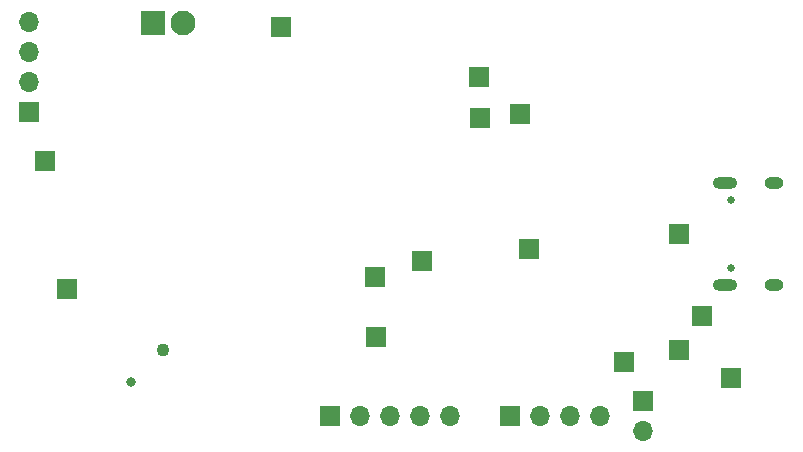
<source format=gbr>
%TF.GenerationSoftware,KiCad,Pcbnew,9.0.0*%
%TF.CreationDate,2025-05-18T23:18:51+02:00*%
%TF.ProjectId,CYPD3177_DEV_BOARD,43595044-3331-4373-975f-4445565f424f,rev?*%
%TF.SameCoordinates,Original*%
%TF.FileFunction,Soldermask,Bot*%
%TF.FilePolarity,Negative*%
%FSLAX46Y46*%
G04 Gerber Fmt 4.6, Leading zero omitted, Abs format (unit mm)*
G04 Created by KiCad (PCBNEW 9.0.0) date 2025-05-18 23:18:51*
%MOMM*%
%LPD*%
G01*
G04 APERTURE LIST*
G04 Aperture macros list*
%AMRoundRect*
0 Rectangle with rounded corners*
0 $1 Rounding radius*
0 $2 $3 $4 $5 $6 $7 $8 $9 X,Y pos of 4 corners*
0 Add a 4 corners polygon primitive as box body*
4,1,4,$2,$3,$4,$5,$6,$7,$8,$9,$2,$3,0*
0 Add four circle primitives for the rounded corners*
1,1,$1+$1,$2,$3*
1,1,$1+$1,$4,$5*
1,1,$1+$1,$6,$7*
1,1,$1+$1,$8,$9*
0 Add four rect primitives between the rounded corners*
20,1,$1+$1,$2,$3,$4,$5,0*
20,1,$1+$1,$4,$5,$6,$7,0*
20,1,$1+$1,$6,$7,$8,$9,0*
20,1,$1+$1,$8,$9,$2,$3,0*%
G04 Aperture macros list end*
%ADD10R,1.700000X1.700000*%
%ADD11RoundRect,0.250001X-0.799999X-0.799999X0.799999X-0.799999X0.799999X0.799999X-0.799999X0.799999X0*%
%ADD12C,2.100000*%
%ADD13C,0.650000*%
%ADD14O,2.100000X1.000000*%
%ADD15O,1.600000X1.000000*%
%ADD16O,1.700000X1.700000*%
%ADD17C,1.100000*%
%ADD18C,0.800000*%
G04 APERTURE END LIST*
D10*
%TO.C,J18*%
X135600000Y-72500000D03*
%TD*%
D11*
%TO.C,J2*%
X124760000Y-72150000D03*
D12*
X127300000Y-72150000D03*
%TD*%
D10*
%TO.C,J9*%
X169300000Y-90000000D03*
%TD*%
%TO.C,J17*%
X156600000Y-91300000D03*
%TD*%
%TO.C,J21*%
X173650000Y-102150000D03*
%TD*%
D13*
%TO.C,J1*%
X173650000Y-92890000D03*
X173650000Y-87110000D03*
D14*
X173150000Y-94320000D03*
D15*
X177330000Y-94320000D03*
D14*
X173150000Y-85680000D03*
D15*
X177330000Y-85680000D03*
%TD*%
D10*
%TO.C,J20*%
X143500000Y-93600000D03*
%TD*%
%TO.C,J5*%
X114250000Y-79680000D03*
D16*
X114250000Y-77140000D03*
X114250000Y-74600000D03*
X114250000Y-72060000D03*
%TD*%
D10*
%TO.C,J10*%
X164600000Y-100800000D03*
%TD*%
%TO.C,J15*%
X147500000Y-92300000D03*
%TD*%
%TO.C,J8*%
X154940000Y-105410000D03*
D16*
X157480000Y-105410000D03*
X160020000Y-105410000D03*
X162560000Y-105410000D03*
%TD*%
D17*
%TO.C,SW1*%
X125600000Y-99800000D03*
D18*
X122912994Y-102487006D03*
%TD*%
D10*
%TO.C,J16*%
X143600000Y-98700000D03*
%TD*%
%TO.C,J12*%
X117450000Y-94650000D03*
%TD*%
%TO.C,J7*%
X139700000Y-105410000D03*
D16*
X142240000Y-105410000D03*
X144780000Y-105410000D03*
X147320000Y-105410000D03*
X149860000Y-105410000D03*
%TD*%
D10*
%TO.C,J23*%
X155800000Y-79800000D03*
%TD*%
%TO.C,J13*%
X166225000Y-104150000D03*
D16*
X166225000Y-106690000D03*
%TD*%
D10*
%TO.C,J22*%
X115550000Y-83800000D03*
%TD*%
%TO.C,J19*%
X152400001Y-80212500D03*
%TD*%
%TO.C,J11*%
X169300000Y-99800000D03*
%TD*%
%TO.C,J6*%
X171200000Y-96900000D03*
%TD*%
%TO.C,J14*%
X152300000Y-76700000D03*
%TD*%
M02*

</source>
